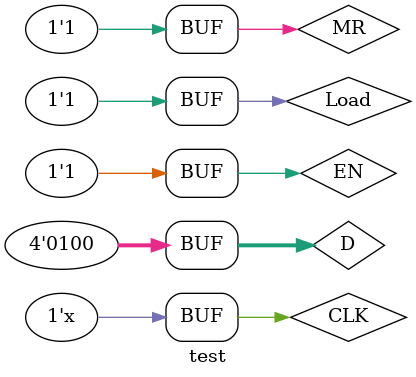
<source format=v>
`timescale 1ns / 1ps



module test;

	// Inputs
	reg MR;
	reg Load;
	reg EN;
	reg CLK;
	reg [3:0] D;

	// Outputs
	wire [3:0] Q;
	wire CO;
	
	always
		#50 CLK=~CLK;
	// Instantiate the Unit Under Test (UUT)
	demo11 uut (
		.MR(MR), 
		.Load(Load), 
		.EN(EN), 
		.CLK(CLK), 
		.Q(Q), 
		.CO(CO), 
		.D(D)
	);

	initial begin
		// Initialize Inputs
		MR = 0;
		Load = 0;
		EN = 0;
		CLK=0;
		D = 4'b0100;

		// Wait 100 ns for global reset to finish
		#100;
      
		// Add stimulus here
		MR = 1;
		Load = 0;
		EN = 0;
		D = 4'b0100;

		// Wait 100 ns for global reset to finish
		#100;
		MR = 1;
		Load = 1;
		EN = 1;
		D = 4'b0100;

		// Wait 100 ns for global reset to finish
		#100;
		MR = 1;
		Load = 1;
		EN = 0;
		D = 4'b0100;

		// Wait 100 ns for global reset to finish
		#100;
		MR = 1;
		Load = 1;
		EN = 1;
		D = 4'b0100;

		// Wait 100 ns for global reset to finish
		#100;
		MR = 1;
		Load = 1;
		EN = 1;
		D = 4'b0100;

		// Wait 100 ns for global reset to finish
		#100;
		
		MR = 1;
		Load = 1;
		EN = 1;
		D = 4'b0100;

		// Wait 100 ns for global reset to finish
		#100;
		MR = 1;
		Load = 1;
		EN = 1;
		D = 4'b0100;

		// Wait 100 ns for global reset to finish
		#100;
		MR = 1;
		Load = 1;
		EN = 1;
		D = 4'b0100;

		// Wait 100 ns for global reset to finish
		#100;
		MR = 1;
		Load = 1;
		EN = 1;
		D = 4'b0100;

		// Wait 100 ns for global reset to finish
		#100;
			MR = 1;
		Load = 1;
		EN = 1;
		D = 4'b0100;

		// Wait 100 ns for global reset to finish
		#100;

	end
      
endmodule

</source>
